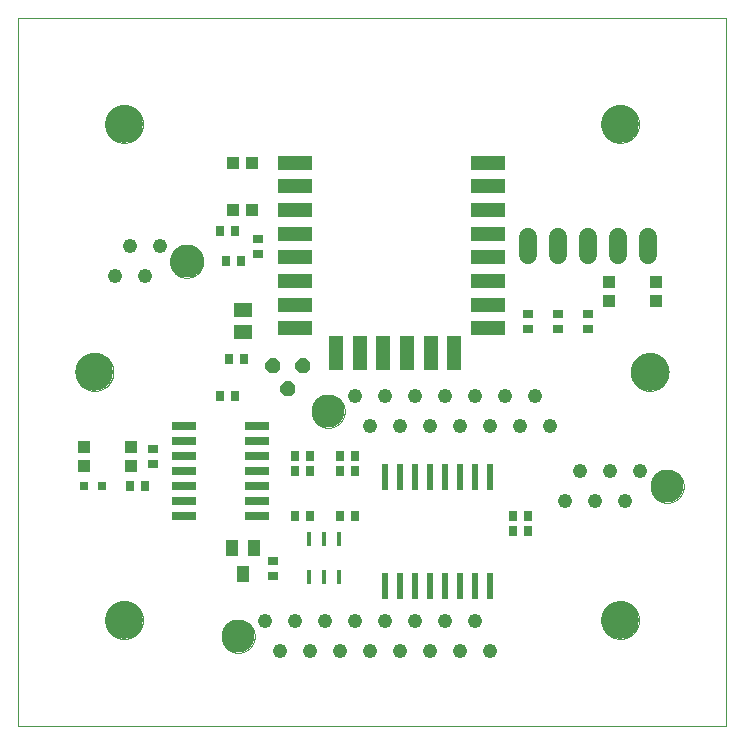
<source format=gts>
G75*
%MOIN*%
%OFA0B0*%
%FSLAX25Y25*%
%IPPOS*%
%LPD*%
%AMOC8*
5,1,8,0,0,1.08239X$1,22.5*
%
%ADD10C,0.00000*%
%ADD11C,0.12598*%
%ADD12C,0.11024*%
%ADD13R,0.05906X0.05118*%
%ADD14C,0.06000*%
%ADD15R,0.03543X0.02756*%
%ADD16R,0.02756X0.03543*%
%ADD17R,0.03937X0.03937*%
%ADD18R,0.11811X0.04724*%
%ADD19R,0.04724X0.11811*%
%ADD20C,0.04800*%
%ADD21R,0.02362X0.08661*%
%ADD22R,0.03150X0.03150*%
%ADD23OC8,0.05000*%
%ADD24R,0.08000X0.02600*%
%ADD25R,0.03937X0.05512*%
%ADD26R,0.01600X0.04800*%
D10*
X0001000Y0001000D02*
X0001000Y0237220D01*
X0237220Y0237220D01*
X0237220Y0001000D01*
X0001000Y0001000D01*
X0030134Y0036433D02*
X0030136Y0036591D01*
X0030142Y0036749D01*
X0030152Y0036907D01*
X0030166Y0037065D01*
X0030184Y0037222D01*
X0030205Y0037379D01*
X0030231Y0037535D01*
X0030261Y0037691D01*
X0030294Y0037846D01*
X0030332Y0037999D01*
X0030373Y0038152D01*
X0030418Y0038304D01*
X0030467Y0038455D01*
X0030520Y0038604D01*
X0030576Y0038752D01*
X0030636Y0038898D01*
X0030700Y0039043D01*
X0030768Y0039186D01*
X0030839Y0039328D01*
X0030913Y0039468D01*
X0030991Y0039605D01*
X0031073Y0039741D01*
X0031157Y0039875D01*
X0031246Y0040006D01*
X0031337Y0040135D01*
X0031432Y0040262D01*
X0031529Y0040387D01*
X0031630Y0040509D01*
X0031734Y0040628D01*
X0031841Y0040745D01*
X0031951Y0040859D01*
X0032064Y0040970D01*
X0032179Y0041079D01*
X0032297Y0041184D01*
X0032418Y0041286D01*
X0032541Y0041386D01*
X0032667Y0041482D01*
X0032795Y0041575D01*
X0032925Y0041665D01*
X0033058Y0041751D01*
X0033193Y0041835D01*
X0033329Y0041914D01*
X0033468Y0041991D01*
X0033609Y0042063D01*
X0033751Y0042133D01*
X0033895Y0042198D01*
X0034041Y0042260D01*
X0034188Y0042318D01*
X0034337Y0042373D01*
X0034487Y0042424D01*
X0034638Y0042471D01*
X0034790Y0042514D01*
X0034943Y0042553D01*
X0035098Y0042589D01*
X0035253Y0042620D01*
X0035409Y0042648D01*
X0035565Y0042672D01*
X0035722Y0042692D01*
X0035880Y0042708D01*
X0036037Y0042720D01*
X0036196Y0042728D01*
X0036354Y0042732D01*
X0036512Y0042732D01*
X0036670Y0042728D01*
X0036829Y0042720D01*
X0036986Y0042708D01*
X0037144Y0042692D01*
X0037301Y0042672D01*
X0037457Y0042648D01*
X0037613Y0042620D01*
X0037768Y0042589D01*
X0037923Y0042553D01*
X0038076Y0042514D01*
X0038228Y0042471D01*
X0038379Y0042424D01*
X0038529Y0042373D01*
X0038678Y0042318D01*
X0038825Y0042260D01*
X0038971Y0042198D01*
X0039115Y0042133D01*
X0039257Y0042063D01*
X0039398Y0041991D01*
X0039537Y0041914D01*
X0039673Y0041835D01*
X0039808Y0041751D01*
X0039941Y0041665D01*
X0040071Y0041575D01*
X0040199Y0041482D01*
X0040325Y0041386D01*
X0040448Y0041286D01*
X0040569Y0041184D01*
X0040687Y0041079D01*
X0040802Y0040970D01*
X0040915Y0040859D01*
X0041025Y0040745D01*
X0041132Y0040628D01*
X0041236Y0040509D01*
X0041337Y0040387D01*
X0041434Y0040262D01*
X0041529Y0040135D01*
X0041620Y0040006D01*
X0041709Y0039875D01*
X0041793Y0039741D01*
X0041875Y0039605D01*
X0041953Y0039468D01*
X0042027Y0039328D01*
X0042098Y0039186D01*
X0042166Y0039043D01*
X0042230Y0038898D01*
X0042290Y0038752D01*
X0042346Y0038604D01*
X0042399Y0038455D01*
X0042448Y0038304D01*
X0042493Y0038152D01*
X0042534Y0037999D01*
X0042572Y0037846D01*
X0042605Y0037691D01*
X0042635Y0037535D01*
X0042661Y0037379D01*
X0042682Y0037222D01*
X0042700Y0037065D01*
X0042714Y0036907D01*
X0042724Y0036749D01*
X0042730Y0036591D01*
X0042732Y0036433D01*
X0042730Y0036275D01*
X0042724Y0036117D01*
X0042714Y0035959D01*
X0042700Y0035801D01*
X0042682Y0035644D01*
X0042661Y0035487D01*
X0042635Y0035331D01*
X0042605Y0035175D01*
X0042572Y0035020D01*
X0042534Y0034867D01*
X0042493Y0034714D01*
X0042448Y0034562D01*
X0042399Y0034411D01*
X0042346Y0034262D01*
X0042290Y0034114D01*
X0042230Y0033968D01*
X0042166Y0033823D01*
X0042098Y0033680D01*
X0042027Y0033538D01*
X0041953Y0033398D01*
X0041875Y0033261D01*
X0041793Y0033125D01*
X0041709Y0032991D01*
X0041620Y0032860D01*
X0041529Y0032731D01*
X0041434Y0032604D01*
X0041337Y0032479D01*
X0041236Y0032357D01*
X0041132Y0032238D01*
X0041025Y0032121D01*
X0040915Y0032007D01*
X0040802Y0031896D01*
X0040687Y0031787D01*
X0040569Y0031682D01*
X0040448Y0031580D01*
X0040325Y0031480D01*
X0040199Y0031384D01*
X0040071Y0031291D01*
X0039941Y0031201D01*
X0039808Y0031115D01*
X0039673Y0031031D01*
X0039537Y0030952D01*
X0039398Y0030875D01*
X0039257Y0030803D01*
X0039115Y0030733D01*
X0038971Y0030668D01*
X0038825Y0030606D01*
X0038678Y0030548D01*
X0038529Y0030493D01*
X0038379Y0030442D01*
X0038228Y0030395D01*
X0038076Y0030352D01*
X0037923Y0030313D01*
X0037768Y0030277D01*
X0037613Y0030246D01*
X0037457Y0030218D01*
X0037301Y0030194D01*
X0037144Y0030174D01*
X0036986Y0030158D01*
X0036829Y0030146D01*
X0036670Y0030138D01*
X0036512Y0030134D01*
X0036354Y0030134D01*
X0036196Y0030138D01*
X0036037Y0030146D01*
X0035880Y0030158D01*
X0035722Y0030174D01*
X0035565Y0030194D01*
X0035409Y0030218D01*
X0035253Y0030246D01*
X0035098Y0030277D01*
X0034943Y0030313D01*
X0034790Y0030352D01*
X0034638Y0030395D01*
X0034487Y0030442D01*
X0034337Y0030493D01*
X0034188Y0030548D01*
X0034041Y0030606D01*
X0033895Y0030668D01*
X0033751Y0030733D01*
X0033609Y0030803D01*
X0033468Y0030875D01*
X0033329Y0030952D01*
X0033193Y0031031D01*
X0033058Y0031115D01*
X0032925Y0031201D01*
X0032795Y0031291D01*
X0032667Y0031384D01*
X0032541Y0031480D01*
X0032418Y0031580D01*
X0032297Y0031682D01*
X0032179Y0031787D01*
X0032064Y0031896D01*
X0031951Y0032007D01*
X0031841Y0032121D01*
X0031734Y0032238D01*
X0031630Y0032357D01*
X0031529Y0032479D01*
X0031432Y0032604D01*
X0031337Y0032731D01*
X0031246Y0032860D01*
X0031157Y0032991D01*
X0031073Y0033125D01*
X0030991Y0033261D01*
X0030913Y0033398D01*
X0030839Y0033538D01*
X0030768Y0033680D01*
X0030700Y0033823D01*
X0030636Y0033968D01*
X0030576Y0034114D01*
X0030520Y0034262D01*
X0030467Y0034411D01*
X0030418Y0034562D01*
X0030373Y0034714D01*
X0030332Y0034867D01*
X0030294Y0035020D01*
X0030261Y0035175D01*
X0030231Y0035331D01*
X0030205Y0035487D01*
X0030184Y0035644D01*
X0030166Y0035801D01*
X0030152Y0035959D01*
X0030142Y0036117D01*
X0030136Y0036275D01*
X0030134Y0036433D01*
X0068988Y0031000D02*
X0068990Y0031148D01*
X0068996Y0031296D01*
X0069006Y0031444D01*
X0069020Y0031591D01*
X0069038Y0031738D01*
X0069059Y0031884D01*
X0069085Y0032030D01*
X0069115Y0032175D01*
X0069148Y0032319D01*
X0069186Y0032462D01*
X0069227Y0032604D01*
X0069272Y0032745D01*
X0069320Y0032885D01*
X0069373Y0033024D01*
X0069429Y0033161D01*
X0069489Y0033296D01*
X0069552Y0033430D01*
X0069619Y0033562D01*
X0069690Y0033692D01*
X0069764Y0033820D01*
X0069841Y0033946D01*
X0069922Y0034070D01*
X0070006Y0034192D01*
X0070093Y0034311D01*
X0070184Y0034428D01*
X0070278Y0034543D01*
X0070374Y0034655D01*
X0070474Y0034765D01*
X0070576Y0034871D01*
X0070682Y0034975D01*
X0070790Y0035076D01*
X0070901Y0035174D01*
X0071014Y0035270D01*
X0071130Y0035362D01*
X0071248Y0035451D01*
X0071369Y0035536D01*
X0071492Y0035619D01*
X0071617Y0035698D01*
X0071744Y0035774D01*
X0071873Y0035846D01*
X0072004Y0035915D01*
X0072137Y0035980D01*
X0072272Y0036041D01*
X0072408Y0036099D01*
X0072545Y0036154D01*
X0072684Y0036204D01*
X0072825Y0036251D01*
X0072966Y0036294D01*
X0073109Y0036334D01*
X0073253Y0036369D01*
X0073397Y0036401D01*
X0073543Y0036428D01*
X0073689Y0036452D01*
X0073836Y0036472D01*
X0073983Y0036488D01*
X0074130Y0036500D01*
X0074278Y0036508D01*
X0074426Y0036512D01*
X0074574Y0036512D01*
X0074722Y0036508D01*
X0074870Y0036500D01*
X0075017Y0036488D01*
X0075164Y0036472D01*
X0075311Y0036452D01*
X0075457Y0036428D01*
X0075603Y0036401D01*
X0075747Y0036369D01*
X0075891Y0036334D01*
X0076034Y0036294D01*
X0076175Y0036251D01*
X0076316Y0036204D01*
X0076455Y0036154D01*
X0076592Y0036099D01*
X0076728Y0036041D01*
X0076863Y0035980D01*
X0076996Y0035915D01*
X0077127Y0035846D01*
X0077256Y0035774D01*
X0077383Y0035698D01*
X0077508Y0035619D01*
X0077631Y0035536D01*
X0077752Y0035451D01*
X0077870Y0035362D01*
X0077986Y0035270D01*
X0078099Y0035174D01*
X0078210Y0035076D01*
X0078318Y0034975D01*
X0078424Y0034871D01*
X0078526Y0034765D01*
X0078626Y0034655D01*
X0078722Y0034543D01*
X0078816Y0034428D01*
X0078907Y0034311D01*
X0078994Y0034192D01*
X0079078Y0034070D01*
X0079159Y0033946D01*
X0079236Y0033820D01*
X0079310Y0033692D01*
X0079381Y0033562D01*
X0079448Y0033430D01*
X0079511Y0033296D01*
X0079571Y0033161D01*
X0079627Y0033024D01*
X0079680Y0032885D01*
X0079728Y0032745D01*
X0079773Y0032604D01*
X0079814Y0032462D01*
X0079852Y0032319D01*
X0079885Y0032175D01*
X0079915Y0032030D01*
X0079941Y0031884D01*
X0079962Y0031738D01*
X0079980Y0031591D01*
X0079994Y0031444D01*
X0080004Y0031296D01*
X0080010Y0031148D01*
X0080012Y0031000D01*
X0080010Y0030852D01*
X0080004Y0030704D01*
X0079994Y0030556D01*
X0079980Y0030409D01*
X0079962Y0030262D01*
X0079941Y0030116D01*
X0079915Y0029970D01*
X0079885Y0029825D01*
X0079852Y0029681D01*
X0079814Y0029538D01*
X0079773Y0029396D01*
X0079728Y0029255D01*
X0079680Y0029115D01*
X0079627Y0028976D01*
X0079571Y0028839D01*
X0079511Y0028704D01*
X0079448Y0028570D01*
X0079381Y0028438D01*
X0079310Y0028308D01*
X0079236Y0028180D01*
X0079159Y0028054D01*
X0079078Y0027930D01*
X0078994Y0027808D01*
X0078907Y0027689D01*
X0078816Y0027572D01*
X0078722Y0027457D01*
X0078626Y0027345D01*
X0078526Y0027235D01*
X0078424Y0027129D01*
X0078318Y0027025D01*
X0078210Y0026924D01*
X0078099Y0026826D01*
X0077986Y0026730D01*
X0077870Y0026638D01*
X0077752Y0026549D01*
X0077631Y0026464D01*
X0077508Y0026381D01*
X0077383Y0026302D01*
X0077256Y0026226D01*
X0077127Y0026154D01*
X0076996Y0026085D01*
X0076863Y0026020D01*
X0076728Y0025959D01*
X0076592Y0025901D01*
X0076455Y0025846D01*
X0076316Y0025796D01*
X0076175Y0025749D01*
X0076034Y0025706D01*
X0075891Y0025666D01*
X0075747Y0025631D01*
X0075603Y0025599D01*
X0075457Y0025572D01*
X0075311Y0025548D01*
X0075164Y0025528D01*
X0075017Y0025512D01*
X0074870Y0025500D01*
X0074722Y0025492D01*
X0074574Y0025488D01*
X0074426Y0025488D01*
X0074278Y0025492D01*
X0074130Y0025500D01*
X0073983Y0025512D01*
X0073836Y0025528D01*
X0073689Y0025548D01*
X0073543Y0025572D01*
X0073397Y0025599D01*
X0073253Y0025631D01*
X0073109Y0025666D01*
X0072966Y0025706D01*
X0072825Y0025749D01*
X0072684Y0025796D01*
X0072545Y0025846D01*
X0072408Y0025901D01*
X0072272Y0025959D01*
X0072137Y0026020D01*
X0072004Y0026085D01*
X0071873Y0026154D01*
X0071744Y0026226D01*
X0071617Y0026302D01*
X0071492Y0026381D01*
X0071369Y0026464D01*
X0071248Y0026549D01*
X0071130Y0026638D01*
X0071014Y0026730D01*
X0070901Y0026826D01*
X0070790Y0026924D01*
X0070682Y0027025D01*
X0070576Y0027129D01*
X0070474Y0027235D01*
X0070374Y0027345D01*
X0070278Y0027457D01*
X0070184Y0027572D01*
X0070093Y0027689D01*
X0070006Y0027808D01*
X0069922Y0027930D01*
X0069841Y0028054D01*
X0069764Y0028180D01*
X0069690Y0028308D01*
X0069619Y0028438D01*
X0069552Y0028570D01*
X0069489Y0028704D01*
X0069429Y0028839D01*
X0069373Y0028976D01*
X0069320Y0029115D01*
X0069272Y0029255D01*
X0069227Y0029396D01*
X0069186Y0029538D01*
X0069148Y0029681D01*
X0069115Y0029825D01*
X0069085Y0029970D01*
X0069059Y0030116D01*
X0069038Y0030262D01*
X0069020Y0030409D01*
X0069006Y0030556D01*
X0068996Y0030704D01*
X0068990Y0030852D01*
X0068988Y0031000D01*
X0098988Y0106000D02*
X0098990Y0106148D01*
X0098996Y0106296D01*
X0099006Y0106444D01*
X0099020Y0106591D01*
X0099038Y0106738D01*
X0099059Y0106884D01*
X0099085Y0107030D01*
X0099115Y0107175D01*
X0099148Y0107319D01*
X0099186Y0107462D01*
X0099227Y0107604D01*
X0099272Y0107745D01*
X0099320Y0107885D01*
X0099373Y0108024D01*
X0099429Y0108161D01*
X0099489Y0108296D01*
X0099552Y0108430D01*
X0099619Y0108562D01*
X0099690Y0108692D01*
X0099764Y0108820D01*
X0099841Y0108946D01*
X0099922Y0109070D01*
X0100006Y0109192D01*
X0100093Y0109311D01*
X0100184Y0109428D01*
X0100278Y0109543D01*
X0100374Y0109655D01*
X0100474Y0109765D01*
X0100576Y0109871D01*
X0100682Y0109975D01*
X0100790Y0110076D01*
X0100901Y0110174D01*
X0101014Y0110270D01*
X0101130Y0110362D01*
X0101248Y0110451D01*
X0101369Y0110536D01*
X0101492Y0110619D01*
X0101617Y0110698D01*
X0101744Y0110774D01*
X0101873Y0110846D01*
X0102004Y0110915D01*
X0102137Y0110980D01*
X0102272Y0111041D01*
X0102408Y0111099D01*
X0102545Y0111154D01*
X0102684Y0111204D01*
X0102825Y0111251D01*
X0102966Y0111294D01*
X0103109Y0111334D01*
X0103253Y0111369D01*
X0103397Y0111401D01*
X0103543Y0111428D01*
X0103689Y0111452D01*
X0103836Y0111472D01*
X0103983Y0111488D01*
X0104130Y0111500D01*
X0104278Y0111508D01*
X0104426Y0111512D01*
X0104574Y0111512D01*
X0104722Y0111508D01*
X0104870Y0111500D01*
X0105017Y0111488D01*
X0105164Y0111472D01*
X0105311Y0111452D01*
X0105457Y0111428D01*
X0105603Y0111401D01*
X0105747Y0111369D01*
X0105891Y0111334D01*
X0106034Y0111294D01*
X0106175Y0111251D01*
X0106316Y0111204D01*
X0106455Y0111154D01*
X0106592Y0111099D01*
X0106728Y0111041D01*
X0106863Y0110980D01*
X0106996Y0110915D01*
X0107127Y0110846D01*
X0107256Y0110774D01*
X0107383Y0110698D01*
X0107508Y0110619D01*
X0107631Y0110536D01*
X0107752Y0110451D01*
X0107870Y0110362D01*
X0107986Y0110270D01*
X0108099Y0110174D01*
X0108210Y0110076D01*
X0108318Y0109975D01*
X0108424Y0109871D01*
X0108526Y0109765D01*
X0108626Y0109655D01*
X0108722Y0109543D01*
X0108816Y0109428D01*
X0108907Y0109311D01*
X0108994Y0109192D01*
X0109078Y0109070D01*
X0109159Y0108946D01*
X0109236Y0108820D01*
X0109310Y0108692D01*
X0109381Y0108562D01*
X0109448Y0108430D01*
X0109511Y0108296D01*
X0109571Y0108161D01*
X0109627Y0108024D01*
X0109680Y0107885D01*
X0109728Y0107745D01*
X0109773Y0107604D01*
X0109814Y0107462D01*
X0109852Y0107319D01*
X0109885Y0107175D01*
X0109915Y0107030D01*
X0109941Y0106884D01*
X0109962Y0106738D01*
X0109980Y0106591D01*
X0109994Y0106444D01*
X0110004Y0106296D01*
X0110010Y0106148D01*
X0110012Y0106000D01*
X0110010Y0105852D01*
X0110004Y0105704D01*
X0109994Y0105556D01*
X0109980Y0105409D01*
X0109962Y0105262D01*
X0109941Y0105116D01*
X0109915Y0104970D01*
X0109885Y0104825D01*
X0109852Y0104681D01*
X0109814Y0104538D01*
X0109773Y0104396D01*
X0109728Y0104255D01*
X0109680Y0104115D01*
X0109627Y0103976D01*
X0109571Y0103839D01*
X0109511Y0103704D01*
X0109448Y0103570D01*
X0109381Y0103438D01*
X0109310Y0103308D01*
X0109236Y0103180D01*
X0109159Y0103054D01*
X0109078Y0102930D01*
X0108994Y0102808D01*
X0108907Y0102689D01*
X0108816Y0102572D01*
X0108722Y0102457D01*
X0108626Y0102345D01*
X0108526Y0102235D01*
X0108424Y0102129D01*
X0108318Y0102025D01*
X0108210Y0101924D01*
X0108099Y0101826D01*
X0107986Y0101730D01*
X0107870Y0101638D01*
X0107752Y0101549D01*
X0107631Y0101464D01*
X0107508Y0101381D01*
X0107383Y0101302D01*
X0107256Y0101226D01*
X0107127Y0101154D01*
X0106996Y0101085D01*
X0106863Y0101020D01*
X0106728Y0100959D01*
X0106592Y0100901D01*
X0106455Y0100846D01*
X0106316Y0100796D01*
X0106175Y0100749D01*
X0106034Y0100706D01*
X0105891Y0100666D01*
X0105747Y0100631D01*
X0105603Y0100599D01*
X0105457Y0100572D01*
X0105311Y0100548D01*
X0105164Y0100528D01*
X0105017Y0100512D01*
X0104870Y0100500D01*
X0104722Y0100492D01*
X0104574Y0100488D01*
X0104426Y0100488D01*
X0104278Y0100492D01*
X0104130Y0100500D01*
X0103983Y0100512D01*
X0103836Y0100528D01*
X0103689Y0100548D01*
X0103543Y0100572D01*
X0103397Y0100599D01*
X0103253Y0100631D01*
X0103109Y0100666D01*
X0102966Y0100706D01*
X0102825Y0100749D01*
X0102684Y0100796D01*
X0102545Y0100846D01*
X0102408Y0100901D01*
X0102272Y0100959D01*
X0102137Y0101020D01*
X0102004Y0101085D01*
X0101873Y0101154D01*
X0101744Y0101226D01*
X0101617Y0101302D01*
X0101492Y0101381D01*
X0101369Y0101464D01*
X0101248Y0101549D01*
X0101130Y0101638D01*
X0101014Y0101730D01*
X0100901Y0101826D01*
X0100790Y0101924D01*
X0100682Y0102025D01*
X0100576Y0102129D01*
X0100474Y0102235D01*
X0100374Y0102345D01*
X0100278Y0102457D01*
X0100184Y0102572D01*
X0100093Y0102689D01*
X0100006Y0102808D01*
X0099922Y0102930D01*
X0099841Y0103054D01*
X0099764Y0103180D01*
X0099690Y0103308D01*
X0099619Y0103438D01*
X0099552Y0103570D01*
X0099489Y0103704D01*
X0099429Y0103839D01*
X0099373Y0103976D01*
X0099320Y0104115D01*
X0099272Y0104255D01*
X0099227Y0104396D01*
X0099186Y0104538D01*
X0099148Y0104681D01*
X0099115Y0104825D01*
X0099085Y0104970D01*
X0099059Y0105116D01*
X0099038Y0105262D01*
X0099020Y0105409D01*
X0099006Y0105556D01*
X0098996Y0105704D01*
X0098990Y0105852D01*
X0098988Y0106000D01*
X0051788Y0156000D02*
X0051790Y0156148D01*
X0051796Y0156296D01*
X0051806Y0156444D01*
X0051820Y0156591D01*
X0051838Y0156738D01*
X0051859Y0156884D01*
X0051885Y0157030D01*
X0051915Y0157175D01*
X0051948Y0157319D01*
X0051986Y0157462D01*
X0052027Y0157604D01*
X0052072Y0157745D01*
X0052120Y0157885D01*
X0052173Y0158024D01*
X0052229Y0158161D01*
X0052289Y0158296D01*
X0052352Y0158430D01*
X0052419Y0158562D01*
X0052490Y0158692D01*
X0052564Y0158820D01*
X0052641Y0158946D01*
X0052722Y0159070D01*
X0052806Y0159192D01*
X0052893Y0159311D01*
X0052984Y0159428D01*
X0053078Y0159543D01*
X0053174Y0159655D01*
X0053274Y0159765D01*
X0053376Y0159871D01*
X0053482Y0159975D01*
X0053590Y0160076D01*
X0053701Y0160174D01*
X0053814Y0160270D01*
X0053930Y0160362D01*
X0054048Y0160451D01*
X0054169Y0160536D01*
X0054292Y0160619D01*
X0054417Y0160698D01*
X0054544Y0160774D01*
X0054673Y0160846D01*
X0054804Y0160915D01*
X0054937Y0160980D01*
X0055072Y0161041D01*
X0055208Y0161099D01*
X0055345Y0161154D01*
X0055484Y0161204D01*
X0055625Y0161251D01*
X0055766Y0161294D01*
X0055909Y0161334D01*
X0056053Y0161369D01*
X0056197Y0161401D01*
X0056343Y0161428D01*
X0056489Y0161452D01*
X0056636Y0161472D01*
X0056783Y0161488D01*
X0056930Y0161500D01*
X0057078Y0161508D01*
X0057226Y0161512D01*
X0057374Y0161512D01*
X0057522Y0161508D01*
X0057670Y0161500D01*
X0057817Y0161488D01*
X0057964Y0161472D01*
X0058111Y0161452D01*
X0058257Y0161428D01*
X0058403Y0161401D01*
X0058547Y0161369D01*
X0058691Y0161334D01*
X0058834Y0161294D01*
X0058975Y0161251D01*
X0059116Y0161204D01*
X0059255Y0161154D01*
X0059392Y0161099D01*
X0059528Y0161041D01*
X0059663Y0160980D01*
X0059796Y0160915D01*
X0059927Y0160846D01*
X0060056Y0160774D01*
X0060183Y0160698D01*
X0060308Y0160619D01*
X0060431Y0160536D01*
X0060552Y0160451D01*
X0060670Y0160362D01*
X0060786Y0160270D01*
X0060899Y0160174D01*
X0061010Y0160076D01*
X0061118Y0159975D01*
X0061224Y0159871D01*
X0061326Y0159765D01*
X0061426Y0159655D01*
X0061522Y0159543D01*
X0061616Y0159428D01*
X0061707Y0159311D01*
X0061794Y0159192D01*
X0061878Y0159070D01*
X0061959Y0158946D01*
X0062036Y0158820D01*
X0062110Y0158692D01*
X0062181Y0158562D01*
X0062248Y0158430D01*
X0062311Y0158296D01*
X0062371Y0158161D01*
X0062427Y0158024D01*
X0062480Y0157885D01*
X0062528Y0157745D01*
X0062573Y0157604D01*
X0062614Y0157462D01*
X0062652Y0157319D01*
X0062685Y0157175D01*
X0062715Y0157030D01*
X0062741Y0156884D01*
X0062762Y0156738D01*
X0062780Y0156591D01*
X0062794Y0156444D01*
X0062804Y0156296D01*
X0062810Y0156148D01*
X0062812Y0156000D01*
X0062810Y0155852D01*
X0062804Y0155704D01*
X0062794Y0155556D01*
X0062780Y0155409D01*
X0062762Y0155262D01*
X0062741Y0155116D01*
X0062715Y0154970D01*
X0062685Y0154825D01*
X0062652Y0154681D01*
X0062614Y0154538D01*
X0062573Y0154396D01*
X0062528Y0154255D01*
X0062480Y0154115D01*
X0062427Y0153976D01*
X0062371Y0153839D01*
X0062311Y0153704D01*
X0062248Y0153570D01*
X0062181Y0153438D01*
X0062110Y0153308D01*
X0062036Y0153180D01*
X0061959Y0153054D01*
X0061878Y0152930D01*
X0061794Y0152808D01*
X0061707Y0152689D01*
X0061616Y0152572D01*
X0061522Y0152457D01*
X0061426Y0152345D01*
X0061326Y0152235D01*
X0061224Y0152129D01*
X0061118Y0152025D01*
X0061010Y0151924D01*
X0060899Y0151826D01*
X0060786Y0151730D01*
X0060670Y0151638D01*
X0060552Y0151549D01*
X0060431Y0151464D01*
X0060308Y0151381D01*
X0060183Y0151302D01*
X0060056Y0151226D01*
X0059927Y0151154D01*
X0059796Y0151085D01*
X0059663Y0151020D01*
X0059528Y0150959D01*
X0059392Y0150901D01*
X0059255Y0150846D01*
X0059116Y0150796D01*
X0058975Y0150749D01*
X0058834Y0150706D01*
X0058691Y0150666D01*
X0058547Y0150631D01*
X0058403Y0150599D01*
X0058257Y0150572D01*
X0058111Y0150548D01*
X0057964Y0150528D01*
X0057817Y0150512D01*
X0057670Y0150500D01*
X0057522Y0150492D01*
X0057374Y0150488D01*
X0057226Y0150488D01*
X0057078Y0150492D01*
X0056930Y0150500D01*
X0056783Y0150512D01*
X0056636Y0150528D01*
X0056489Y0150548D01*
X0056343Y0150572D01*
X0056197Y0150599D01*
X0056053Y0150631D01*
X0055909Y0150666D01*
X0055766Y0150706D01*
X0055625Y0150749D01*
X0055484Y0150796D01*
X0055345Y0150846D01*
X0055208Y0150901D01*
X0055072Y0150959D01*
X0054937Y0151020D01*
X0054804Y0151085D01*
X0054673Y0151154D01*
X0054544Y0151226D01*
X0054417Y0151302D01*
X0054292Y0151381D01*
X0054169Y0151464D01*
X0054048Y0151549D01*
X0053930Y0151638D01*
X0053814Y0151730D01*
X0053701Y0151826D01*
X0053590Y0151924D01*
X0053482Y0152025D01*
X0053376Y0152129D01*
X0053274Y0152235D01*
X0053174Y0152345D01*
X0053078Y0152457D01*
X0052984Y0152572D01*
X0052893Y0152689D01*
X0052806Y0152808D01*
X0052722Y0152930D01*
X0052641Y0153054D01*
X0052564Y0153180D01*
X0052490Y0153308D01*
X0052419Y0153438D01*
X0052352Y0153570D01*
X0052289Y0153704D01*
X0052229Y0153839D01*
X0052173Y0153976D01*
X0052120Y0154115D01*
X0052072Y0154255D01*
X0052027Y0154396D01*
X0051986Y0154538D01*
X0051948Y0154681D01*
X0051915Y0154825D01*
X0051885Y0154970D01*
X0051859Y0155116D01*
X0051838Y0155262D01*
X0051820Y0155409D01*
X0051806Y0155556D01*
X0051796Y0155704D01*
X0051790Y0155852D01*
X0051788Y0156000D01*
X0020292Y0119110D02*
X0020294Y0119268D01*
X0020300Y0119426D01*
X0020310Y0119584D01*
X0020324Y0119742D01*
X0020342Y0119899D01*
X0020363Y0120056D01*
X0020389Y0120212D01*
X0020419Y0120368D01*
X0020452Y0120523D01*
X0020490Y0120676D01*
X0020531Y0120829D01*
X0020576Y0120981D01*
X0020625Y0121132D01*
X0020678Y0121281D01*
X0020734Y0121429D01*
X0020794Y0121575D01*
X0020858Y0121720D01*
X0020926Y0121863D01*
X0020997Y0122005D01*
X0021071Y0122145D01*
X0021149Y0122282D01*
X0021231Y0122418D01*
X0021315Y0122552D01*
X0021404Y0122683D01*
X0021495Y0122812D01*
X0021590Y0122939D01*
X0021687Y0123064D01*
X0021788Y0123186D01*
X0021892Y0123305D01*
X0021999Y0123422D01*
X0022109Y0123536D01*
X0022222Y0123647D01*
X0022337Y0123756D01*
X0022455Y0123861D01*
X0022576Y0123963D01*
X0022699Y0124063D01*
X0022825Y0124159D01*
X0022953Y0124252D01*
X0023083Y0124342D01*
X0023216Y0124428D01*
X0023351Y0124512D01*
X0023487Y0124591D01*
X0023626Y0124668D01*
X0023767Y0124740D01*
X0023909Y0124810D01*
X0024053Y0124875D01*
X0024199Y0124937D01*
X0024346Y0124995D01*
X0024495Y0125050D01*
X0024645Y0125101D01*
X0024796Y0125148D01*
X0024948Y0125191D01*
X0025101Y0125230D01*
X0025256Y0125266D01*
X0025411Y0125297D01*
X0025567Y0125325D01*
X0025723Y0125349D01*
X0025880Y0125369D01*
X0026038Y0125385D01*
X0026195Y0125397D01*
X0026354Y0125405D01*
X0026512Y0125409D01*
X0026670Y0125409D01*
X0026828Y0125405D01*
X0026987Y0125397D01*
X0027144Y0125385D01*
X0027302Y0125369D01*
X0027459Y0125349D01*
X0027615Y0125325D01*
X0027771Y0125297D01*
X0027926Y0125266D01*
X0028081Y0125230D01*
X0028234Y0125191D01*
X0028386Y0125148D01*
X0028537Y0125101D01*
X0028687Y0125050D01*
X0028836Y0124995D01*
X0028983Y0124937D01*
X0029129Y0124875D01*
X0029273Y0124810D01*
X0029415Y0124740D01*
X0029556Y0124668D01*
X0029695Y0124591D01*
X0029831Y0124512D01*
X0029966Y0124428D01*
X0030099Y0124342D01*
X0030229Y0124252D01*
X0030357Y0124159D01*
X0030483Y0124063D01*
X0030606Y0123963D01*
X0030727Y0123861D01*
X0030845Y0123756D01*
X0030960Y0123647D01*
X0031073Y0123536D01*
X0031183Y0123422D01*
X0031290Y0123305D01*
X0031394Y0123186D01*
X0031495Y0123064D01*
X0031592Y0122939D01*
X0031687Y0122812D01*
X0031778Y0122683D01*
X0031867Y0122552D01*
X0031951Y0122418D01*
X0032033Y0122282D01*
X0032111Y0122145D01*
X0032185Y0122005D01*
X0032256Y0121863D01*
X0032324Y0121720D01*
X0032388Y0121575D01*
X0032448Y0121429D01*
X0032504Y0121281D01*
X0032557Y0121132D01*
X0032606Y0120981D01*
X0032651Y0120829D01*
X0032692Y0120676D01*
X0032730Y0120523D01*
X0032763Y0120368D01*
X0032793Y0120212D01*
X0032819Y0120056D01*
X0032840Y0119899D01*
X0032858Y0119742D01*
X0032872Y0119584D01*
X0032882Y0119426D01*
X0032888Y0119268D01*
X0032890Y0119110D01*
X0032888Y0118952D01*
X0032882Y0118794D01*
X0032872Y0118636D01*
X0032858Y0118478D01*
X0032840Y0118321D01*
X0032819Y0118164D01*
X0032793Y0118008D01*
X0032763Y0117852D01*
X0032730Y0117697D01*
X0032692Y0117544D01*
X0032651Y0117391D01*
X0032606Y0117239D01*
X0032557Y0117088D01*
X0032504Y0116939D01*
X0032448Y0116791D01*
X0032388Y0116645D01*
X0032324Y0116500D01*
X0032256Y0116357D01*
X0032185Y0116215D01*
X0032111Y0116075D01*
X0032033Y0115938D01*
X0031951Y0115802D01*
X0031867Y0115668D01*
X0031778Y0115537D01*
X0031687Y0115408D01*
X0031592Y0115281D01*
X0031495Y0115156D01*
X0031394Y0115034D01*
X0031290Y0114915D01*
X0031183Y0114798D01*
X0031073Y0114684D01*
X0030960Y0114573D01*
X0030845Y0114464D01*
X0030727Y0114359D01*
X0030606Y0114257D01*
X0030483Y0114157D01*
X0030357Y0114061D01*
X0030229Y0113968D01*
X0030099Y0113878D01*
X0029966Y0113792D01*
X0029831Y0113708D01*
X0029695Y0113629D01*
X0029556Y0113552D01*
X0029415Y0113480D01*
X0029273Y0113410D01*
X0029129Y0113345D01*
X0028983Y0113283D01*
X0028836Y0113225D01*
X0028687Y0113170D01*
X0028537Y0113119D01*
X0028386Y0113072D01*
X0028234Y0113029D01*
X0028081Y0112990D01*
X0027926Y0112954D01*
X0027771Y0112923D01*
X0027615Y0112895D01*
X0027459Y0112871D01*
X0027302Y0112851D01*
X0027144Y0112835D01*
X0026987Y0112823D01*
X0026828Y0112815D01*
X0026670Y0112811D01*
X0026512Y0112811D01*
X0026354Y0112815D01*
X0026195Y0112823D01*
X0026038Y0112835D01*
X0025880Y0112851D01*
X0025723Y0112871D01*
X0025567Y0112895D01*
X0025411Y0112923D01*
X0025256Y0112954D01*
X0025101Y0112990D01*
X0024948Y0113029D01*
X0024796Y0113072D01*
X0024645Y0113119D01*
X0024495Y0113170D01*
X0024346Y0113225D01*
X0024199Y0113283D01*
X0024053Y0113345D01*
X0023909Y0113410D01*
X0023767Y0113480D01*
X0023626Y0113552D01*
X0023487Y0113629D01*
X0023351Y0113708D01*
X0023216Y0113792D01*
X0023083Y0113878D01*
X0022953Y0113968D01*
X0022825Y0114061D01*
X0022699Y0114157D01*
X0022576Y0114257D01*
X0022455Y0114359D01*
X0022337Y0114464D01*
X0022222Y0114573D01*
X0022109Y0114684D01*
X0021999Y0114798D01*
X0021892Y0114915D01*
X0021788Y0115034D01*
X0021687Y0115156D01*
X0021590Y0115281D01*
X0021495Y0115408D01*
X0021404Y0115537D01*
X0021315Y0115668D01*
X0021231Y0115802D01*
X0021149Y0115938D01*
X0021071Y0116075D01*
X0020997Y0116215D01*
X0020926Y0116357D01*
X0020858Y0116500D01*
X0020794Y0116645D01*
X0020734Y0116791D01*
X0020678Y0116939D01*
X0020625Y0117088D01*
X0020576Y0117239D01*
X0020531Y0117391D01*
X0020490Y0117544D01*
X0020452Y0117697D01*
X0020419Y0117852D01*
X0020389Y0118008D01*
X0020363Y0118164D01*
X0020342Y0118321D01*
X0020324Y0118478D01*
X0020310Y0118636D01*
X0020300Y0118794D01*
X0020294Y0118952D01*
X0020292Y0119110D01*
X0030134Y0201787D02*
X0030136Y0201945D01*
X0030142Y0202103D01*
X0030152Y0202261D01*
X0030166Y0202419D01*
X0030184Y0202576D01*
X0030205Y0202733D01*
X0030231Y0202889D01*
X0030261Y0203045D01*
X0030294Y0203200D01*
X0030332Y0203353D01*
X0030373Y0203506D01*
X0030418Y0203658D01*
X0030467Y0203809D01*
X0030520Y0203958D01*
X0030576Y0204106D01*
X0030636Y0204252D01*
X0030700Y0204397D01*
X0030768Y0204540D01*
X0030839Y0204682D01*
X0030913Y0204822D01*
X0030991Y0204959D01*
X0031073Y0205095D01*
X0031157Y0205229D01*
X0031246Y0205360D01*
X0031337Y0205489D01*
X0031432Y0205616D01*
X0031529Y0205741D01*
X0031630Y0205863D01*
X0031734Y0205982D01*
X0031841Y0206099D01*
X0031951Y0206213D01*
X0032064Y0206324D01*
X0032179Y0206433D01*
X0032297Y0206538D01*
X0032418Y0206640D01*
X0032541Y0206740D01*
X0032667Y0206836D01*
X0032795Y0206929D01*
X0032925Y0207019D01*
X0033058Y0207105D01*
X0033193Y0207189D01*
X0033329Y0207268D01*
X0033468Y0207345D01*
X0033609Y0207417D01*
X0033751Y0207487D01*
X0033895Y0207552D01*
X0034041Y0207614D01*
X0034188Y0207672D01*
X0034337Y0207727D01*
X0034487Y0207778D01*
X0034638Y0207825D01*
X0034790Y0207868D01*
X0034943Y0207907D01*
X0035098Y0207943D01*
X0035253Y0207974D01*
X0035409Y0208002D01*
X0035565Y0208026D01*
X0035722Y0208046D01*
X0035880Y0208062D01*
X0036037Y0208074D01*
X0036196Y0208082D01*
X0036354Y0208086D01*
X0036512Y0208086D01*
X0036670Y0208082D01*
X0036829Y0208074D01*
X0036986Y0208062D01*
X0037144Y0208046D01*
X0037301Y0208026D01*
X0037457Y0208002D01*
X0037613Y0207974D01*
X0037768Y0207943D01*
X0037923Y0207907D01*
X0038076Y0207868D01*
X0038228Y0207825D01*
X0038379Y0207778D01*
X0038529Y0207727D01*
X0038678Y0207672D01*
X0038825Y0207614D01*
X0038971Y0207552D01*
X0039115Y0207487D01*
X0039257Y0207417D01*
X0039398Y0207345D01*
X0039537Y0207268D01*
X0039673Y0207189D01*
X0039808Y0207105D01*
X0039941Y0207019D01*
X0040071Y0206929D01*
X0040199Y0206836D01*
X0040325Y0206740D01*
X0040448Y0206640D01*
X0040569Y0206538D01*
X0040687Y0206433D01*
X0040802Y0206324D01*
X0040915Y0206213D01*
X0041025Y0206099D01*
X0041132Y0205982D01*
X0041236Y0205863D01*
X0041337Y0205741D01*
X0041434Y0205616D01*
X0041529Y0205489D01*
X0041620Y0205360D01*
X0041709Y0205229D01*
X0041793Y0205095D01*
X0041875Y0204959D01*
X0041953Y0204822D01*
X0042027Y0204682D01*
X0042098Y0204540D01*
X0042166Y0204397D01*
X0042230Y0204252D01*
X0042290Y0204106D01*
X0042346Y0203958D01*
X0042399Y0203809D01*
X0042448Y0203658D01*
X0042493Y0203506D01*
X0042534Y0203353D01*
X0042572Y0203200D01*
X0042605Y0203045D01*
X0042635Y0202889D01*
X0042661Y0202733D01*
X0042682Y0202576D01*
X0042700Y0202419D01*
X0042714Y0202261D01*
X0042724Y0202103D01*
X0042730Y0201945D01*
X0042732Y0201787D01*
X0042730Y0201629D01*
X0042724Y0201471D01*
X0042714Y0201313D01*
X0042700Y0201155D01*
X0042682Y0200998D01*
X0042661Y0200841D01*
X0042635Y0200685D01*
X0042605Y0200529D01*
X0042572Y0200374D01*
X0042534Y0200221D01*
X0042493Y0200068D01*
X0042448Y0199916D01*
X0042399Y0199765D01*
X0042346Y0199616D01*
X0042290Y0199468D01*
X0042230Y0199322D01*
X0042166Y0199177D01*
X0042098Y0199034D01*
X0042027Y0198892D01*
X0041953Y0198752D01*
X0041875Y0198615D01*
X0041793Y0198479D01*
X0041709Y0198345D01*
X0041620Y0198214D01*
X0041529Y0198085D01*
X0041434Y0197958D01*
X0041337Y0197833D01*
X0041236Y0197711D01*
X0041132Y0197592D01*
X0041025Y0197475D01*
X0040915Y0197361D01*
X0040802Y0197250D01*
X0040687Y0197141D01*
X0040569Y0197036D01*
X0040448Y0196934D01*
X0040325Y0196834D01*
X0040199Y0196738D01*
X0040071Y0196645D01*
X0039941Y0196555D01*
X0039808Y0196469D01*
X0039673Y0196385D01*
X0039537Y0196306D01*
X0039398Y0196229D01*
X0039257Y0196157D01*
X0039115Y0196087D01*
X0038971Y0196022D01*
X0038825Y0195960D01*
X0038678Y0195902D01*
X0038529Y0195847D01*
X0038379Y0195796D01*
X0038228Y0195749D01*
X0038076Y0195706D01*
X0037923Y0195667D01*
X0037768Y0195631D01*
X0037613Y0195600D01*
X0037457Y0195572D01*
X0037301Y0195548D01*
X0037144Y0195528D01*
X0036986Y0195512D01*
X0036829Y0195500D01*
X0036670Y0195492D01*
X0036512Y0195488D01*
X0036354Y0195488D01*
X0036196Y0195492D01*
X0036037Y0195500D01*
X0035880Y0195512D01*
X0035722Y0195528D01*
X0035565Y0195548D01*
X0035409Y0195572D01*
X0035253Y0195600D01*
X0035098Y0195631D01*
X0034943Y0195667D01*
X0034790Y0195706D01*
X0034638Y0195749D01*
X0034487Y0195796D01*
X0034337Y0195847D01*
X0034188Y0195902D01*
X0034041Y0195960D01*
X0033895Y0196022D01*
X0033751Y0196087D01*
X0033609Y0196157D01*
X0033468Y0196229D01*
X0033329Y0196306D01*
X0033193Y0196385D01*
X0033058Y0196469D01*
X0032925Y0196555D01*
X0032795Y0196645D01*
X0032667Y0196738D01*
X0032541Y0196834D01*
X0032418Y0196934D01*
X0032297Y0197036D01*
X0032179Y0197141D01*
X0032064Y0197250D01*
X0031951Y0197361D01*
X0031841Y0197475D01*
X0031734Y0197592D01*
X0031630Y0197711D01*
X0031529Y0197833D01*
X0031432Y0197958D01*
X0031337Y0198085D01*
X0031246Y0198214D01*
X0031157Y0198345D01*
X0031073Y0198479D01*
X0030991Y0198615D01*
X0030913Y0198752D01*
X0030839Y0198892D01*
X0030768Y0199034D01*
X0030700Y0199177D01*
X0030636Y0199322D01*
X0030576Y0199468D01*
X0030520Y0199616D01*
X0030467Y0199765D01*
X0030418Y0199916D01*
X0030373Y0200068D01*
X0030332Y0200221D01*
X0030294Y0200374D01*
X0030261Y0200529D01*
X0030231Y0200685D01*
X0030205Y0200841D01*
X0030184Y0200998D01*
X0030166Y0201155D01*
X0030152Y0201313D01*
X0030142Y0201471D01*
X0030136Y0201629D01*
X0030134Y0201787D01*
X0195488Y0201787D02*
X0195490Y0201945D01*
X0195496Y0202103D01*
X0195506Y0202261D01*
X0195520Y0202419D01*
X0195538Y0202576D01*
X0195559Y0202733D01*
X0195585Y0202889D01*
X0195615Y0203045D01*
X0195648Y0203200D01*
X0195686Y0203353D01*
X0195727Y0203506D01*
X0195772Y0203658D01*
X0195821Y0203809D01*
X0195874Y0203958D01*
X0195930Y0204106D01*
X0195990Y0204252D01*
X0196054Y0204397D01*
X0196122Y0204540D01*
X0196193Y0204682D01*
X0196267Y0204822D01*
X0196345Y0204959D01*
X0196427Y0205095D01*
X0196511Y0205229D01*
X0196600Y0205360D01*
X0196691Y0205489D01*
X0196786Y0205616D01*
X0196883Y0205741D01*
X0196984Y0205863D01*
X0197088Y0205982D01*
X0197195Y0206099D01*
X0197305Y0206213D01*
X0197418Y0206324D01*
X0197533Y0206433D01*
X0197651Y0206538D01*
X0197772Y0206640D01*
X0197895Y0206740D01*
X0198021Y0206836D01*
X0198149Y0206929D01*
X0198279Y0207019D01*
X0198412Y0207105D01*
X0198547Y0207189D01*
X0198683Y0207268D01*
X0198822Y0207345D01*
X0198963Y0207417D01*
X0199105Y0207487D01*
X0199249Y0207552D01*
X0199395Y0207614D01*
X0199542Y0207672D01*
X0199691Y0207727D01*
X0199841Y0207778D01*
X0199992Y0207825D01*
X0200144Y0207868D01*
X0200297Y0207907D01*
X0200452Y0207943D01*
X0200607Y0207974D01*
X0200763Y0208002D01*
X0200919Y0208026D01*
X0201076Y0208046D01*
X0201234Y0208062D01*
X0201391Y0208074D01*
X0201550Y0208082D01*
X0201708Y0208086D01*
X0201866Y0208086D01*
X0202024Y0208082D01*
X0202183Y0208074D01*
X0202340Y0208062D01*
X0202498Y0208046D01*
X0202655Y0208026D01*
X0202811Y0208002D01*
X0202967Y0207974D01*
X0203122Y0207943D01*
X0203277Y0207907D01*
X0203430Y0207868D01*
X0203582Y0207825D01*
X0203733Y0207778D01*
X0203883Y0207727D01*
X0204032Y0207672D01*
X0204179Y0207614D01*
X0204325Y0207552D01*
X0204469Y0207487D01*
X0204611Y0207417D01*
X0204752Y0207345D01*
X0204891Y0207268D01*
X0205027Y0207189D01*
X0205162Y0207105D01*
X0205295Y0207019D01*
X0205425Y0206929D01*
X0205553Y0206836D01*
X0205679Y0206740D01*
X0205802Y0206640D01*
X0205923Y0206538D01*
X0206041Y0206433D01*
X0206156Y0206324D01*
X0206269Y0206213D01*
X0206379Y0206099D01*
X0206486Y0205982D01*
X0206590Y0205863D01*
X0206691Y0205741D01*
X0206788Y0205616D01*
X0206883Y0205489D01*
X0206974Y0205360D01*
X0207063Y0205229D01*
X0207147Y0205095D01*
X0207229Y0204959D01*
X0207307Y0204822D01*
X0207381Y0204682D01*
X0207452Y0204540D01*
X0207520Y0204397D01*
X0207584Y0204252D01*
X0207644Y0204106D01*
X0207700Y0203958D01*
X0207753Y0203809D01*
X0207802Y0203658D01*
X0207847Y0203506D01*
X0207888Y0203353D01*
X0207926Y0203200D01*
X0207959Y0203045D01*
X0207989Y0202889D01*
X0208015Y0202733D01*
X0208036Y0202576D01*
X0208054Y0202419D01*
X0208068Y0202261D01*
X0208078Y0202103D01*
X0208084Y0201945D01*
X0208086Y0201787D01*
X0208084Y0201629D01*
X0208078Y0201471D01*
X0208068Y0201313D01*
X0208054Y0201155D01*
X0208036Y0200998D01*
X0208015Y0200841D01*
X0207989Y0200685D01*
X0207959Y0200529D01*
X0207926Y0200374D01*
X0207888Y0200221D01*
X0207847Y0200068D01*
X0207802Y0199916D01*
X0207753Y0199765D01*
X0207700Y0199616D01*
X0207644Y0199468D01*
X0207584Y0199322D01*
X0207520Y0199177D01*
X0207452Y0199034D01*
X0207381Y0198892D01*
X0207307Y0198752D01*
X0207229Y0198615D01*
X0207147Y0198479D01*
X0207063Y0198345D01*
X0206974Y0198214D01*
X0206883Y0198085D01*
X0206788Y0197958D01*
X0206691Y0197833D01*
X0206590Y0197711D01*
X0206486Y0197592D01*
X0206379Y0197475D01*
X0206269Y0197361D01*
X0206156Y0197250D01*
X0206041Y0197141D01*
X0205923Y0197036D01*
X0205802Y0196934D01*
X0205679Y0196834D01*
X0205553Y0196738D01*
X0205425Y0196645D01*
X0205295Y0196555D01*
X0205162Y0196469D01*
X0205027Y0196385D01*
X0204891Y0196306D01*
X0204752Y0196229D01*
X0204611Y0196157D01*
X0204469Y0196087D01*
X0204325Y0196022D01*
X0204179Y0195960D01*
X0204032Y0195902D01*
X0203883Y0195847D01*
X0203733Y0195796D01*
X0203582Y0195749D01*
X0203430Y0195706D01*
X0203277Y0195667D01*
X0203122Y0195631D01*
X0202967Y0195600D01*
X0202811Y0195572D01*
X0202655Y0195548D01*
X0202498Y0195528D01*
X0202340Y0195512D01*
X0202183Y0195500D01*
X0202024Y0195492D01*
X0201866Y0195488D01*
X0201708Y0195488D01*
X0201550Y0195492D01*
X0201391Y0195500D01*
X0201234Y0195512D01*
X0201076Y0195528D01*
X0200919Y0195548D01*
X0200763Y0195572D01*
X0200607Y0195600D01*
X0200452Y0195631D01*
X0200297Y0195667D01*
X0200144Y0195706D01*
X0199992Y0195749D01*
X0199841Y0195796D01*
X0199691Y0195847D01*
X0199542Y0195902D01*
X0199395Y0195960D01*
X0199249Y0196022D01*
X0199105Y0196087D01*
X0198963Y0196157D01*
X0198822Y0196229D01*
X0198683Y0196306D01*
X0198547Y0196385D01*
X0198412Y0196469D01*
X0198279Y0196555D01*
X0198149Y0196645D01*
X0198021Y0196738D01*
X0197895Y0196834D01*
X0197772Y0196934D01*
X0197651Y0197036D01*
X0197533Y0197141D01*
X0197418Y0197250D01*
X0197305Y0197361D01*
X0197195Y0197475D01*
X0197088Y0197592D01*
X0196984Y0197711D01*
X0196883Y0197833D01*
X0196786Y0197958D01*
X0196691Y0198085D01*
X0196600Y0198214D01*
X0196511Y0198345D01*
X0196427Y0198479D01*
X0196345Y0198615D01*
X0196267Y0198752D01*
X0196193Y0198892D01*
X0196122Y0199034D01*
X0196054Y0199177D01*
X0195990Y0199322D01*
X0195930Y0199468D01*
X0195874Y0199616D01*
X0195821Y0199765D01*
X0195772Y0199916D01*
X0195727Y0200068D01*
X0195686Y0200221D01*
X0195648Y0200374D01*
X0195615Y0200529D01*
X0195585Y0200685D01*
X0195559Y0200841D01*
X0195538Y0200998D01*
X0195520Y0201155D01*
X0195506Y0201313D01*
X0195496Y0201471D01*
X0195490Y0201629D01*
X0195488Y0201787D01*
X0205331Y0119110D02*
X0205333Y0119268D01*
X0205339Y0119426D01*
X0205349Y0119584D01*
X0205363Y0119742D01*
X0205381Y0119899D01*
X0205402Y0120056D01*
X0205428Y0120212D01*
X0205458Y0120368D01*
X0205491Y0120523D01*
X0205529Y0120676D01*
X0205570Y0120829D01*
X0205615Y0120981D01*
X0205664Y0121132D01*
X0205717Y0121281D01*
X0205773Y0121429D01*
X0205833Y0121575D01*
X0205897Y0121720D01*
X0205965Y0121863D01*
X0206036Y0122005D01*
X0206110Y0122145D01*
X0206188Y0122282D01*
X0206270Y0122418D01*
X0206354Y0122552D01*
X0206443Y0122683D01*
X0206534Y0122812D01*
X0206629Y0122939D01*
X0206726Y0123064D01*
X0206827Y0123186D01*
X0206931Y0123305D01*
X0207038Y0123422D01*
X0207148Y0123536D01*
X0207261Y0123647D01*
X0207376Y0123756D01*
X0207494Y0123861D01*
X0207615Y0123963D01*
X0207738Y0124063D01*
X0207864Y0124159D01*
X0207992Y0124252D01*
X0208122Y0124342D01*
X0208255Y0124428D01*
X0208390Y0124512D01*
X0208526Y0124591D01*
X0208665Y0124668D01*
X0208806Y0124740D01*
X0208948Y0124810D01*
X0209092Y0124875D01*
X0209238Y0124937D01*
X0209385Y0124995D01*
X0209534Y0125050D01*
X0209684Y0125101D01*
X0209835Y0125148D01*
X0209987Y0125191D01*
X0210140Y0125230D01*
X0210295Y0125266D01*
X0210450Y0125297D01*
X0210606Y0125325D01*
X0210762Y0125349D01*
X0210919Y0125369D01*
X0211077Y0125385D01*
X0211234Y0125397D01*
X0211393Y0125405D01*
X0211551Y0125409D01*
X0211709Y0125409D01*
X0211867Y0125405D01*
X0212026Y0125397D01*
X0212183Y0125385D01*
X0212341Y0125369D01*
X0212498Y0125349D01*
X0212654Y0125325D01*
X0212810Y0125297D01*
X0212965Y0125266D01*
X0213120Y0125230D01*
X0213273Y0125191D01*
X0213425Y0125148D01*
X0213576Y0125101D01*
X0213726Y0125050D01*
X0213875Y0124995D01*
X0214022Y0124937D01*
X0214168Y0124875D01*
X0214312Y0124810D01*
X0214454Y0124740D01*
X0214595Y0124668D01*
X0214734Y0124591D01*
X0214870Y0124512D01*
X0215005Y0124428D01*
X0215138Y0124342D01*
X0215268Y0124252D01*
X0215396Y0124159D01*
X0215522Y0124063D01*
X0215645Y0123963D01*
X0215766Y0123861D01*
X0215884Y0123756D01*
X0215999Y0123647D01*
X0216112Y0123536D01*
X0216222Y0123422D01*
X0216329Y0123305D01*
X0216433Y0123186D01*
X0216534Y0123064D01*
X0216631Y0122939D01*
X0216726Y0122812D01*
X0216817Y0122683D01*
X0216906Y0122552D01*
X0216990Y0122418D01*
X0217072Y0122282D01*
X0217150Y0122145D01*
X0217224Y0122005D01*
X0217295Y0121863D01*
X0217363Y0121720D01*
X0217427Y0121575D01*
X0217487Y0121429D01*
X0217543Y0121281D01*
X0217596Y0121132D01*
X0217645Y0120981D01*
X0217690Y0120829D01*
X0217731Y0120676D01*
X0217769Y0120523D01*
X0217802Y0120368D01*
X0217832Y0120212D01*
X0217858Y0120056D01*
X0217879Y0119899D01*
X0217897Y0119742D01*
X0217911Y0119584D01*
X0217921Y0119426D01*
X0217927Y0119268D01*
X0217929Y0119110D01*
X0217927Y0118952D01*
X0217921Y0118794D01*
X0217911Y0118636D01*
X0217897Y0118478D01*
X0217879Y0118321D01*
X0217858Y0118164D01*
X0217832Y0118008D01*
X0217802Y0117852D01*
X0217769Y0117697D01*
X0217731Y0117544D01*
X0217690Y0117391D01*
X0217645Y0117239D01*
X0217596Y0117088D01*
X0217543Y0116939D01*
X0217487Y0116791D01*
X0217427Y0116645D01*
X0217363Y0116500D01*
X0217295Y0116357D01*
X0217224Y0116215D01*
X0217150Y0116075D01*
X0217072Y0115938D01*
X0216990Y0115802D01*
X0216906Y0115668D01*
X0216817Y0115537D01*
X0216726Y0115408D01*
X0216631Y0115281D01*
X0216534Y0115156D01*
X0216433Y0115034D01*
X0216329Y0114915D01*
X0216222Y0114798D01*
X0216112Y0114684D01*
X0215999Y0114573D01*
X0215884Y0114464D01*
X0215766Y0114359D01*
X0215645Y0114257D01*
X0215522Y0114157D01*
X0215396Y0114061D01*
X0215268Y0113968D01*
X0215138Y0113878D01*
X0215005Y0113792D01*
X0214870Y0113708D01*
X0214734Y0113629D01*
X0214595Y0113552D01*
X0214454Y0113480D01*
X0214312Y0113410D01*
X0214168Y0113345D01*
X0214022Y0113283D01*
X0213875Y0113225D01*
X0213726Y0113170D01*
X0213576Y0113119D01*
X0213425Y0113072D01*
X0213273Y0113029D01*
X0213120Y0112990D01*
X0212965Y0112954D01*
X0212810Y0112923D01*
X0212654Y0112895D01*
X0212498Y0112871D01*
X0212341Y0112851D01*
X0212183Y0112835D01*
X0212026Y0112823D01*
X0211867Y0112815D01*
X0211709Y0112811D01*
X0211551Y0112811D01*
X0211393Y0112815D01*
X0211234Y0112823D01*
X0211077Y0112835D01*
X0210919Y0112851D01*
X0210762Y0112871D01*
X0210606Y0112895D01*
X0210450Y0112923D01*
X0210295Y0112954D01*
X0210140Y0112990D01*
X0209987Y0113029D01*
X0209835Y0113072D01*
X0209684Y0113119D01*
X0209534Y0113170D01*
X0209385Y0113225D01*
X0209238Y0113283D01*
X0209092Y0113345D01*
X0208948Y0113410D01*
X0208806Y0113480D01*
X0208665Y0113552D01*
X0208526Y0113629D01*
X0208390Y0113708D01*
X0208255Y0113792D01*
X0208122Y0113878D01*
X0207992Y0113968D01*
X0207864Y0114061D01*
X0207738Y0114157D01*
X0207615Y0114257D01*
X0207494Y0114359D01*
X0207376Y0114464D01*
X0207261Y0114573D01*
X0207148Y0114684D01*
X0207038Y0114798D01*
X0206931Y0114915D01*
X0206827Y0115034D01*
X0206726Y0115156D01*
X0206629Y0115281D01*
X0206534Y0115408D01*
X0206443Y0115537D01*
X0206354Y0115668D01*
X0206270Y0115802D01*
X0206188Y0115938D01*
X0206110Y0116075D01*
X0206036Y0116215D01*
X0205965Y0116357D01*
X0205897Y0116500D01*
X0205833Y0116645D01*
X0205773Y0116791D01*
X0205717Y0116939D01*
X0205664Y0117088D01*
X0205615Y0117239D01*
X0205570Y0117391D01*
X0205529Y0117544D01*
X0205491Y0117697D01*
X0205458Y0117852D01*
X0205428Y0118008D01*
X0205402Y0118164D01*
X0205381Y0118321D01*
X0205363Y0118478D01*
X0205349Y0118636D01*
X0205339Y0118794D01*
X0205333Y0118952D01*
X0205331Y0119110D01*
X0211988Y0081000D02*
X0211990Y0081148D01*
X0211996Y0081296D01*
X0212006Y0081444D01*
X0212020Y0081591D01*
X0212038Y0081738D01*
X0212059Y0081884D01*
X0212085Y0082030D01*
X0212115Y0082175D01*
X0212148Y0082319D01*
X0212186Y0082462D01*
X0212227Y0082604D01*
X0212272Y0082745D01*
X0212320Y0082885D01*
X0212373Y0083024D01*
X0212429Y0083161D01*
X0212489Y0083296D01*
X0212552Y0083430D01*
X0212619Y0083562D01*
X0212690Y0083692D01*
X0212764Y0083820D01*
X0212841Y0083946D01*
X0212922Y0084070D01*
X0213006Y0084192D01*
X0213093Y0084311D01*
X0213184Y0084428D01*
X0213278Y0084543D01*
X0213374Y0084655D01*
X0213474Y0084765D01*
X0213576Y0084871D01*
X0213682Y0084975D01*
X0213790Y0085076D01*
X0213901Y0085174D01*
X0214014Y0085270D01*
X0214130Y0085362D01*
X0214248Y0085451D01*
X0214369Y0085536D01*
X0214492Y0085619D01*
X0214617Y0085698D01*
X0214744Y0085774D01*
X0214873Y0085846D01*
X0215004Y0085915D01*
X0215137Y0085980D01*
X0215272Y0086041D01*
X0215408Y0086099D01*
X0215545Y0086154D01*
X0215684Y0086204D01*
X0215825Y0086251D01*
X0215966Y0086294D01*
X0216109Y0086334D01*
X0216253Y0086369D01*
X0216397Y0086401D01*
X0216543Y0086428D01*
X0216689Y0086452D01*
X0216836Y0086472D01*
X0216983Y0086488D01*
X0217130Y0086500D01*
X0217278Y0086508D01*
X0217426Y0086512D01*
X0217574Y0086512D01*
X0217722Y0086508D01*
X0217870Y0086500D01*
X0218017Y0086488D01*
X0218164Y0086472D01*
X0218311Y0086452D01*
X0218457Y0086428D01*
X0218603Y0086401D01*
X0218747Y0086369D01*
X0218891Y0086334D01*
X0219034Y0086294D01*
X0219175Y0086251D01*
X0219316Y0086204D01*
X0219455Y0086154D01*
X0219592Y0086099D01*
X0219728Y0086041D01*
X0219863Y0085980D01*
X0219996Y0085915D01*
X0220127Y0085846D01*
X0220256Y0085774D01*
X0220383Y0085698D01*
X0220508Y0085619D01*
X0220631Y0085536D01*
X0220752Y0085451D01*
X0220870Y0085362D01*
X0220986Y0085270D01*
X0221099Y0085174D01*
X0221210Y0085076D01*
X0221318Y0084975D01*
X0221424Y0084871D01*
X0221526Y0084765D01*
X0221626Y0084655D01*
X0221722Y0084543D01*
X0221816Y0084428D01*
X0221907Y0084311D01*
X0221994Y0084192D01*
X0222078Y0084070D01*
X0222159Y0083946D01*
X0222236Y0083820D01*
X0222310Y0083692D01*
X0222381Y0083562D01*
X0222448Y0083430D01*
X0222511Y0083296D01*
X0222571Y0083161D01*
X0222627Y0083024D01*
X0222680Y0082885D01*
X0222728Y0082745D01*
X0222773Y0082604D01*
X0222814Y0082462D01*
X0222852Y0082319D01*
X0222885Y0082175D01*
X0222915Y0082030D01*
X0222941Y0081884D01*
X0222962Y0081738D01*
X0222980Y0081591D01*
X0222994Y0081444D01*
X0223004Y0081296D01*
X0223010Y0081148D01*
X0223012Y0081000D01*
X0223010Y0080852D01*
X0223004Y0080704D01*
X0222994Y0080556D01*
X0222980Y0080409D01*
X0222962Y0080262D01*
X0222941Y0080116D01*
X0222915Y0079970D01*
X0222885Y0079825D01*
X0222852Y0079681D01*
X0222814Y0079538D01*
X0222773Y0079396D01*
X0222728Y0079255D01*
X0222680Y0079115D01*
X0222627Y0078976D01*
X0222571Y0078839D01*
X0222511Y0078704D01*
X0222448Y0078570D01*
X0222381Y0078438D01*
X0222310Y0078308D01*
X0222236Y0078180D01*
X0222159Y0078054D01*
X0222078Y0077930D01*
X0221994Y0077808D01*
X0221907Y0077689D01*
X0221816Y0077572D01*
X0221722Y0077457D01*
X0221626Y0077345D01*
X0221526Y0077235D01*
X0221424Y0077129D01*
X0221318Y0077025D01*
X0221210Y0076924D01*
X0221099Y0076826D01*
X0220986Y0076730D01*
X0220870Y0076638D01*
X0220752Y0076549D01*
X0220631Y0076464D01*
X0220508Y0076381D01*
X0220383Y0076302D01*
X0220256Y0076226D01*
X0220127Y0076154D01*
X0219996Y0076085D01*
X0219863Y0076020D01*
X0219728Y0075959D01*
X0219592Y0075901D01*
X0219455Y0075846D01*
X0219316Y0075796D01*
X0219175Y0075749D01*
X0219034Y0075706D01*
X0218891Y0075666D01*
X0218747Y0075631D01*
X0218603Y0075599D01*
X0218457Y0075572D01*
X0218311Y0075548D01*
X0218164Y0075528D01*
X0218017Y0075512D01*
X0217870Y0075500D01*
X0217722Y0075492D01*
X0217574Y0075488D01*
X0217426Y0075488D01*
X0217278Y0075492D01*
X0217130Y0075500D01*
X0216983Y0075512D01*
X0216836Y0075528D01*
X0216689Y0075548D01*
X0216543Y0075572D01*
X0216397Y0075599D01*
X0216253Y0075631D01*
X0216109Y0075666D01*
X0215966Y0075706D01*
X0215825Y0075749D01*
X0215684Y0075796D01*
X0215545Y0075846D01*
X0215408Y0075901D01*
X0215272Y0075959D01*
X0215137Y0076020D01*
X0215004Y0076085D01*
X0214873Y0076154D01*
X0214744Y0076226D01*
X0214617Y0076302D01*
X0214492Y0076381D01*
X0214369Y0076464D01*
X0214248Y0076549D01*
X0214130Y0076638D01*
X0214014Y0076730D01*
X0213901Y0076826D01*
X0213790Y0076924D01*
X0213682Y0077025D01*
X0213576Y0077129D01*
X0213474Y0077235D01*
X0213374Y0077345D01*
X0213278Y0077457D01*
X0213184Y0077572D01*
X0213093Y0077689D01*
X0213006Y0077808D01*
X0212922Y0077930D01*
X0212841Y0078054D01*
X0212764Y0078180D01*
X0212690Y0078308D01*
X0212619Y0078438D01*
X0212552Y0078570D01*
X0212489Y0078704D01*
X0212429Y0078839D01*
X0212373Y0078976D01*
X0212320Y0079115D01*
X0212272Y0079255D01*
X0212227Y0079396D01*
X0212186Y0079538D01*
X0212148Y0079681D01*
X0212115Y0079825D01*
X0212085Y0079970D01*
X0212059Y0080116D01*
X0212038Y0080262D01*
X0212020Y0080409D01*
X0212006Y0080556D01*
X0211996Y0080704D01*
X0211990Y0080852D01*
X0211988Y0081000D01*
X0195488Y0036433D02*
X0195490Y0036591D01*
X0195496Y0036749D01*
X0195506Y0036907D01*
X0195520Y0037065D01*
X0195538Y0037222D01*
X0195559Y0037379D01*
X0195585Y0037535D01*
X0195615Y0037691D01*
X0195648Y0037846D01*
X0195686Y0037999D01*
X0195727Y0038152D01*
X0195772Y0038304D01*
X0195821Y0038455D01*
X0195874Y0038604D01*
X0195930Y0038752D01*
X0195990Y0038898D01*
X0196054Y0039043D01*
X0196122Y0039186D01*
X0196193Y0039328D01*
X0196267Y0039468D01*
X0196345Y0039605D01*
X0196427Y0039741D01*
X0196511Y0039875D01*
X0196600Y0040006D01*
X0196691Y0040135D01*
X0196786Y0040262D01*
X0196883Y0040387D01*
X0196984Y0040509D01*
X0197088Y0040628D01*
X0197195Y0040745D01*
X0197305Y0040859D01*
X0197418Y0040970D01*
X0197533Y0041079D01*
X0197651Y0041184D01*
X0197772Y0041286D01*
X0197895Y0041386D01*
X0198021Y0041482D01*
X0198149Y0041575D01*
X0198279Y0041665D01*
X0198412Y0041751D01*
X0198547Y0041835D01*
X0198683Y0041914D01*
X0198822Y0041991D01*
X0198963Y0042063D01*
X0199105Y0042133D01*
X0199249Y0042198D01*
X0199395Y0042260D01*
X0199542Y0042318D01*
X0199691Y0042373D01*
X0199841Y0042424D01*
X0199992Y0042471D01*
X0200144Y0042514D01*
X0200297Y0042553D01*
X0200452Y0042589D01*
X0200607Y0042620D01*
X0200763Y0042648D01*
X0200919Y0042672D01*
X0201076Y0042692D01*
X0201234Y0042708D01*
X0201391Y0042720D01*
X0201550Y0042728D01*
X0201708Y0042732D01*
X0201866Y0042732D01*
X0202024Y0042728D01*
X0202183Y0042720D01*
X0202340Y0042708D01*
X0202498Y0042692D01*
X0202655Y0042672D01*
X0202811Y0042648D01*
X0202967Y0042620D01*
X0203122Y0042589D01*
X0203277Y0042553D01*
X0203430Y0042514D01*
X0203582Y0042471D01*
X0203733Y0042424D01*
X0203883Y0042373D01*
X0204032Y0042318D01*
X0204179Y0042260D01*
X0204325Y0042198D01*
X0204469Y0042133D01*
X0204611Y0042063D01*
X0204752Y0041991D01*
X0204891Y0041914D01*
X0205027Y0041835D01*
X0205162Y0041751D01*
X0205295Y0041665D01*
X0205425Y0041575D01*
X0205553Y0041482D01*
X0205679Y0041386D01*
X0205802Y0041286D01*
X0205923Y0041184D01*
X0206041Y0041079D01*
X0206156Y0040970D01*
X0206269Y0040859D01*
X0206379Y0040745D01*
X0206486Y0040628D01*
X0206590Y0040509D01*
X0206691Y0040387D01*
X0206788Y0040262D01*
X0206883Y0040135D01*
X0206974Y0040006D01*
X0207063Y0039875D01*
X0207147Y0039741D01*
X0207229Y0039605D01*
X0207307Y0039468D01*
X0207381Y0039328D01*
X0207452Y0039186D01*
X0207520Y0039043D01*
X0207584Y0038898D01*
X0207644Y0038752D01*
X0207700Y0038604D01*
X0207753Y0038455D01*
X0207802Y0038304D01*
X0207847Y0038152D01*
X0207888Y0037999D01*
X0207926Y0037846D01*
X0207959Y0037691D01*
X0207989Y0037535D01*
X0208015Y0037379D01*
X0208036Y0037222D01*
X0208054Y0037065D01*
X0208068Y0036907D01*
X0208078Y0036749D01*
X0208084Y0036591D01*
X0208086Y0036433D01*
X0208084Y0036275D01*
X0208078Y0036117D01*
X0208068Y0035959D01*
X0208054Y0035801D01*
X0208036Y0035644D01*
X0208015Y0035487D01*
X0207989Y0035331D01*
X0207959Y0035175D01*
X0207926Y0035020D01*
X0207888Y0034867D01*
X0207847Y0034714D01*
X0207802Y0034562D01*
X0207753Y0034411D01*
X0207700Y0034262D01*
X0207644Y0034114D01*
X0207584Y0033968D01*
X0207520Y0033823D01*
X0207452Y0033680D01*
X0207381Y0033538D01*
X0207307Y0033398D01*
X0207229Y0033261D01*
X0207147Y0033125D01*
X0207063Y0032991D01*
X0206974Y0032860D01*
X0206883Y0032731D01*
X0206788Y0032604D01*
X0206691Y0032479D01*
X0206590Y0032357D01*
X0206486Y0032238D01*
X0206379Y0032121D01*
X0206269Y0032007D01*
X0206156Y0031896D01*
X0206041Y0031787D01*
X0205923Y0031682D01*
X0205802Y0031580D01*
X0205679Y0031480D01*
X0205553Y0031384D01*
X0205425Y0031291D01*
X0205295Y0031201D01*
X0205162Y0031115D01*
X0205027Y0031031D01*
X0204891Y0030952D01*
X0204752Y0030875D01*
X0204611Y0030803D01*
X0204469Y0030733D01*
X0204325Y0030668D01*
X0204179Y0030606D01*
X0204032Y0030548D01*
X0203883Y0030493D01*
X0203733Y0030442D01*
X0203582Y0030395D01*
X0203430Y0030352D01*
X0203277Y0030313D01*
X0203122Y0030277D01*
X0202967Y0030246D01*
X0202811Y0030218D01*
X0202655Y0030194D01*
X0202498Y0030174D01*
X0202340Y0030158D01*
X0202183Y0030146D01*
X0202024Y0030138D01*
X0201866Y0030134D01*
X0201708Y0030134D01*
X0201550Y0030138D01*
X0201391Y0030146D01*
X0201234Y0030158D01*
X0201076Y0030174D01*
X0200919Y0030194D01*
X0200763Y0030218D01*
X0200607Y0030246D01*
X0200452Y0030277D01*
X0200297Y0030313D01*
X0200144Y0030352D01*
X0199992Y0030395D01*
X0199841Y0030442D01*
X0199691Y0030493D01*
X0199542Y0030548D01*
X0199395Y0030606D01*
X0199249Y0030668D01*
X0199105Y0030733D01*
X0198963Y0030803D01*
X0198822Y0030875D01*
X0198683Y0030952D01*
X0198547Y0031031D01*
X0198412Y0031115D01*
X0198279Y0031201D01*
X0198149Y0031291D01*
X0198021Y0031384D01*
X0197895Y0031480D01*
X0197772Y0031580D01*
X0197651Y0031682D01*
X0197533Y0031787D01*
X0197418Y0031896D01*
X0197305Y0032007D01*
X0197195Y0032121D01*
X0197088Y0032238D01*
X0196984Y0032357D01*
X0196883Y0032479D01*
X0196786Y0032604D01*
X0196691Y0032731D01*
X0196600Y0032860D01*
X0196511Y0032991D01*
X0196427Y0033125D01*
X0196345Y0033261D01*
X0196267Y0033398D01*
X0196193Y0033538D01*
X0196122Y0033680D01*
X0196054Y0033823D01*
X0195990Y0033968D01*
X0195930Y0034114D01*
X0195874Y0034262D01*
X0195821Y0034411D01*
X0195772Y0034562D01*
X0195727Y0034714D01*
X0195686Y0034867D01*
X0195648Y0035020D01*
X0195615Y0035175D01*
X0195585Y0035331D01*
X0195559Y0035487D01*
X0195538Y0035644D01*
X0195520Y0035801D01*
X0195506Y0035959D01*
X0195496Y0036117D01*
X0195490Y0036275D01*
X0195488Y0036433D01*
D11*
X0201787Y0036433D03*
X0211630Y0119110D03*
X0201787Y0201787D03*
X0036433Y0201787D03*
X0026591Y0119110D03*
X0036433Y0036433D03*
D12*
X0074500Y0031000D03*
X0104500Y0106000D03*
X0057300Y0156000D03*
X0217500Y0081000D03*
D13*
X0076000Y0132260D03*
X0076000Y0139740D03*
D14*
X0171000Y0158000D02*
X0171000Y0164000D01*
X0181000Y0164000D02*
X0181000Y0158000D01*
X0191000Y0158000D02*
X0191000Y0164000D01*
X0201000Y0164000D02*
X0201000Y0158000D01*
X0211000Y0158000D02*
X0211000Y0164000D01*
D15*
X0191000Y0138559D03*
X0191000Y0133441D03*
X0181000Y0133441D03*
X0181000Y0138559D03*
X0171000Y0138559D03*
X0171000Y0133441D03*
X0086000Y0056059D03*
X0086000Y0050941D03*
X0046000Y0088441D03*
X0046000Y0093559D03*
X0081000Y0158441D03*
X0081000Y0163559D03*
D16*
X0075559Y0156000D03*
X0070441Y0156000D03*
X0068441Y0166000D03*
X0073559Y0166000D03*
X0071441Y0123500D03*
X0076559Y0123500D03*
X0073559Y0111000D03*
X0068441Y0111000D03*
X0093441Y0091000D03*
X0093441Y0086000D03*
X0098559Y0086000D03*
X0098559Y0091000D03*
X0108441Y0091000D03*
X0108441Y0086000D03*
X0113559Y0086000D03*
X0113559Y0091000D03*
X0113559Y0071000D03*
X0108441Y0071000D03*
X0098559Y0071000D03*
X0093441Y0071000D03*
X0043559Y0081000D03*
X0038441Y0081000D03*
X0165941Y0071000D03*
X0165941Y0066000D03*
X0171059Y0066000D03*
X0171059Y0071000D03*
D17*
X0198126Y0142850D03*
X0198126Y0149150D03*
X0213874Y0149150D03*
X0213874Y0142850D03*
X0079150Y0173126D03*
X0072850Y0173126D03*
X0072850Y0188874D03*
X0079150Y0188874D03*
X0038874Y0094150D03*
X0038874Y0087850D03*
X0023126Y0087850D03*
X0023126Y0094150D03*
D18*
X0093323Y0133717D03*
X0093323Y0141591D03*
X0093323Y0149465D03*
X0093323Y0157339D03*
X0093323Y0165213D03*
X0093323Y0173087D03*
X0093323Y0180961D03*
X0093323Y0188835D03*
X0157890Y0188835D03*
X0157890Y0180961D03*
X0157890Y0173087D03*
X0157890Y0165213D03*
X0157890Y0157339D03*
X0157890Y0149465D03*
X0157890Y0141591D03*
X0157890Y0133717D03*
D19*
X0146472Y0125449D03*
X0138598Y0125449D03*
X0130724Y0125449D03*
X0122850Y0125449D03*
X0114976Y0125449D03*
X0107102Y0125449D03*
D20*
X0113500Y0111000D03*
X0123500Y0111000D03*
X0118500Y0101000D03*
X0128500Y0101000D03*
X0133500Y0111000D03*
X0143500Y0111000D03*
X0153500Y0111000D03*
X0163500Y0111000D03*
X0173500Y0111000D03*
X0168500Y0101000D03*
X0158500Y0101000D03*
X0148500Y0101000D03*
X0138500Y0101000D03*
X0178500Y0101000D03*
X0188500Y0086000D03*
X0198500Y0086000D03*
X0208500Y0086000D03*
X0203500Y0076000D03*
X0193500Y0076000D03*
X0183500Y0076000D03*
X0153500Y0036000D03*
X0143500Y0036000D03*
X0133500Y0036000D03*
X0123500Y0036000D03*
X0113500Y0036000D03*
X0103500Y0036000D03*
X0093500Y0036000D03*
X0083500Y0036000D03*
X0088500Y0026000D03*
X0098500Y0026000D03*
X0108500Y0026000D03*
X0118500Y0026000D03*
X0128500Y0026000D03*
X0138500Y0026000D03*
X0148500Y0026000D03*
X0158500Y0026000D03*
X0043500Y0151000D03*
X0033500Y0151000D03*
X0038500Y0161000D03*
X0048500Y0161000D03*
D21*
X0123500Y0084110D03*
X0128500Y0084110D03*
X0133500Y0084110D03*
X0138500Y0084110D03*
X0143500Y0084110D03*
X0148500Y0084110D03*
X0153500Y0084110D03*
X0158500Y0084110D03*
X0158500Y0047890D03*
X0153500Y0047890D03*
X0148500Y0047890D03*
X0143500Y0047890D03*
X0138500Y0047890D03*
X0133500Y0047890D03*
X0128500Y0047890D03*
X0123500Y0047890D03*
D22*
X0028953Y0081000D03*
X0023047Y0081000D03*
D23*
X0086000Y0121000D03*
X0091000Y0113500D03*
X0096000Y0121000D03*
D24*
X0080600Y0101000D03*
X0080600Y0096000D03*
X0080600Y0091000D03*
X0080600Y0086000D03*
X0080600Y0081000D03*
X0080600Y0076000D03*
X0080600Y0071000D03*
X0056400Y0071000D03*
X0056400Y0076000D03*
X0056400Y0081000D03*
X0056400Y0086000D03*
X0056400Y0091000D03*
X0056400Y0096000D03*
X0056400Y0101000D03*
D25*
X0072260Y0060331D03*
X0079740Y0060331D03*
X0076000Y0051669D03*
D26*
X0098000Y0050700D03*
X0103000Y0050700D03*
X0108000Y0050700D03*
X0108000Y0063300D03*
X0103000Y0063300D03*
X0098000Y0063300D03*
M02*

</source>
